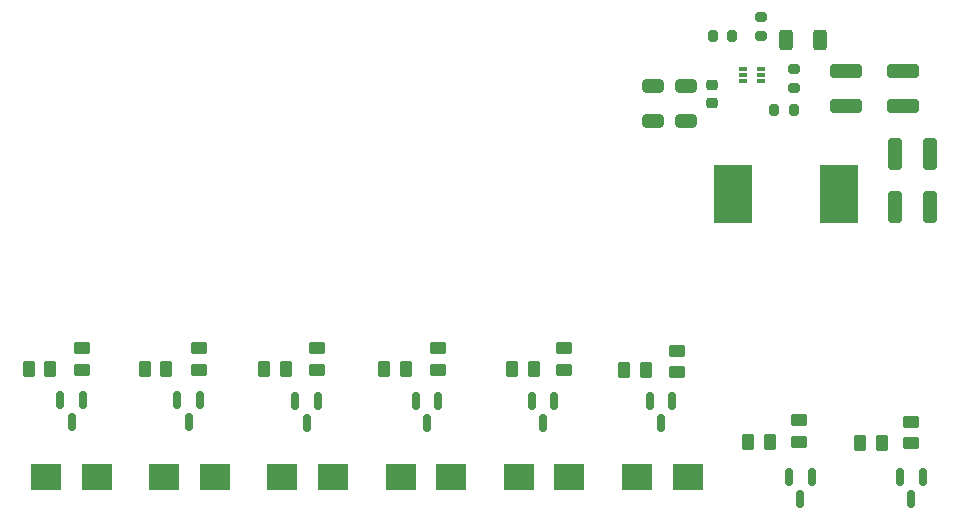
<source format=gbr>
%TF.GenerationSoftware,KiCad,Pcbnew,(6.0.5)*%
%TF.CreationDate,2022-10-19T12:43:17-05:00*%
%TF.ProjectId,powerPCB,706f7765-7250-4434-922e-6b696361645f,rev?*%
%TF.SameCoordinates,Original*%
%TF.FileFunction,Paste,Top*%
%TF.FilePolarity,Positive*%
%FSLAX46Y46*%
G04 Gerber Fmt 4.6, Leading zero omitted, Abs format (unit mm)*
G04 Created by KiCad (PCBNEW (6.0.5)) date 2022-10-19 12:43:17*
%MOMM*%
%LPD*%
G01*
G04 APERTURE LIST*
G04 Aperture macros list*
%AMRoundRect*
0 Rectangle with rounded corners*
0 $1 Rounding radius*
0 $2 $3 $4 $5 $6 $7 $8 $9 X,Y pos of 4 corners*
0 Add a 4 corners polygon primitive as box body*
4,1,4,$2,$3,$4,$5,$6,$7,$8,$9,$2,$3,0*
0 Add four circle primitives for the rounded corners*
1,1,$1+$1,$2,$3*
1,1,$1+$1,$4,$5*
1,1,$1+$1,$6,$7*
1,1,$1+$1,$8,$9*
0 Add four rect primitives between the rounded corners*
20,1,$1+$1,$2,$3,$4,$5,0*
20,1,$1+$1,$4,$5,$6,$7,0*
20,1,$1+$1,$6,$7,$8,$9,0*
20,1,$1+$1,$8,$9,$2,$3,0*%
G04 Aperture macros list end*
%ADD10RoundRect,0.150000X-0.150000X0.587500X-0.150000X-0.587500X0.150000X-0.587500X0.150000X0.587500X0*%
%ADD11RoundRect,0.200000X-0.200000X-0.275000X0.200000X-0.275000X0.200000X0.275000X-0.200000X0.275000X0*%
%ADD12RoundRect,0.250000X-0.262500X-0.450000X0.262500X-0.450000X0.262500X0.450000X-0.262500X0.450000X0*%
%ADD13RoundRect,0.250000X1.100000X-0.325000X1.100000X0.325000X-1.100000X0.325000X-1.100000X-0.325000X0*%
%ADD14R,2.500000X2.300000*%
%ADD15RoundRect,0.200000X-0.275000X0.200000X-0.275000X-0.200000X0.275000X-0.200000X0.275000X0.200000X0*%
%ADD16RoundRect,0.200000X0.275000X-0.200000X0.275000X0.200000X-0.275000X0.200000X-0.275000X-0.200000X0*%
%ADD17RoundRect,0.250000X-0.650000X0.325000X-0.650000X-0.325000X0.650000X-0.325000X0.650000X0.325000X0*%
%ADD18RoundRect,0.250000X-0.450000X0.262500X-0.450000X-0.262500X0.450000X-0.262500X0.450000X0.262500X0*%
%ADD19RoundRect,0.225000X-0.250000X0.225000X-0.250000X-0.225000X0.250000X-0.225000X0.250000X0.225000X0*%
%ADD20R,0.700000X0.340000*%
%ADD21RoundRect,0.250000X-0.325000X-1.100000X0.325000X-1.100000X0.325000X1.100000X-0.325000X1.100000X0*%
%ADD22RoundRect,0.250000X-0.312500X-0.625000X0.312500X-0.625000X0.312500X0.625000X-0.312500X0.625000X0*%
%ADD23R,3.175000X4.950000*%
G04 APERTURE END LIST*
D10*
%TO.C,Q2*%
X105950000Y-86562500D03*
X104050000Y-86562500D03*
X105000000Y-88437500D03*
%TD*%
D11*
%TO.C,R1*%
X151055000Y-55750000D03*
X149405000Y-55750000D03*
%TD*%
D12*
%TO.C,R13*%
X111387500Y-83900000D03*
X113212500Y-83900000D03*
%TD*%
D13*
%TO.C,C5*%
X165460000Y-58715000D03*
X165460000Y-61665000D03*
%TD*%
D14*
%TO.C,D4*%
X127250000Y-93100000D03*
X122950000Y-93100000D03*
%TD*%
D10*
%TO.C,Q8*%
X145950000Y-86662500D03*
X144050000Y-86662500D03*
X145000000Y-88537500D03*
%TD*%
%TO.C,Q6*%
X126150000Y-86662500D03*
X124250000Y-86662500D03*
X125200000Y-88537500D03*
%TD*%
D15*
%TO.C,R3*%
X153430000Y-55775000D03*
X153430000Y-54125000D03*
%TD*%
D16*
%TO.C,R2*%
X156230000Y-58525000D03*
X156230000Y-60175000D03*
%TD*%
D12*
%TO.C,R9*%
X101287500Y-83900000D03*
X103112500Y-83900000D03*
%TD*%
D17*
%TO.C,C2*%
X147130000Y-62925000D03*
X147130000Y-59975000D03*
%TD*%
D18*
%TO.C,R20*%
X146400000Y-82387500D03*
X146400000Y-84212500D03*
%TD*%
D12*
%TO.C,R15*%
X161887500Y-90200000D03*
X163712500Y-90200000D03*
%TD*%
D18*
%TO.C,R12*%
X115900000Y-82187500D03*
X115900000Y-84012500D03*
%TD*%
%TO.C,R8*%
X105900000Y-82187500D03*
X105900000Y-84012500D03*
%TD*%
D14*
%TO.C,D1*%
X97250000Y-93100000D03*
X92950000Y-93100000D03*
%TD*%
D13*
%TO.C,C4*%
X160670000Y-58715000D03*
X160670000Y-61665000D03*
%TD*%
D14*
%TO.C,D2*%
X107250000Y-93100000D03*
X102950000Y-93100000D03*
%TD*%
D10*
%TO.C,Q5*%
X167150000Y-93062500D03*
X165250000Y-93062500D03*
X166200000Y-94937500D03*
%TD*%
D14*
%TO.C,D3*%
X117250000Y-93100000D03*
X112950000Y-93100000D03*
%TD*%
D12*
%TO.C,R19*%
X132387500Y-83900000D03*
X134212500Y-83900000D03*
%TD*%
D19*
%TO.C,C3*%
X149330000Y-61425000D03*
X149330000Y-59875000D03*
%TD*%
D12*
%TO.C,R21*%
X141887500Y-84000000D03*
X143712500Y-84000000D03*
%TD*%
D18*
%TO.C,R16*%
X126100000Y-82187500D03*
X126100000Y-84012500D03*
%TD*%
%TO.C,R18*%
X136800000Y-82187500D03*
X136800000Y-84012500D03*
%TD*%
%TO.C,R10*%
X156700000Y-88287500D03*
X156700000Y-90112500D03*
%TD*%
D10*
%TO.C,Q4*%
X115950000Y-86662500D03*
X114050000Y-86662500D03*
X115000000Y-88537500D03*
%TD*%
D12*
%TO.C,R11*%
X152387500Y-90100000D03*
X154212500Y-90100000D03*
%TD*%
D10*
%TO.C,Q3*%
X157750000Y-93062500D03*
X155850000Y-93062500D03*
X156800000Y-94937500D03*
%TD*%
D14*
%TO.C,D5*%
X137250000Y-93100000D03*
X132950000Y-93100000D03*
%TD*%
D12*
%TO.C,R17*%
X121587500Y-83900000D03*
X123412500Y-83900000D03*
%TD*%
%TO.C,R7*%
X91487500Y-83900000D03*
X93312500Y-83900000D03*
%TD*%
D17*
%TO.C,C1*%
X144330000Y-62925000D03*
X144330000Y-59975000D03*
%TD*%
D18*
%TO.C,R14*%
X166200000Y-88387500D03*
X166200000Y-90212500D03*
%TD*%
D20*
%TO.C,U1*%
X153480000Y-58550000D03*
X153480000Y-59050000D03*
X153480000Y-59550000D03*
X151980000Y-59550000D03*
X151980000Y-59050000D03*
X151980000Y-58550000D03*
%TD*%
D21*
%TO.C,C6*%
X167805000Y-65730000D03*
X164855000Y-65730000D03*
%TD*%
D22*
%TO.C,R5*%
X158492500Y-56050000D03*
X155567500Y-56050000D03*
%TD*%
D10*
%TO.C,Q1*%
X96050000Y-86562500D03*
X94150000Y-86562500D03*
X95100000Y-88437500D03*
%TD*%
D14*
%TO.C,D6*%
X147250000Y-93100000D03*
X142950000Y-93100000D03*
%TD*%
D18*
%TO.C,R6*%
X96000000Y-82187500D03*
X96000000Y-84012500D03*
%TD*%
D23*
%TO.C,LIHLP4040DZER2R2M1*%
X160095000Y-69107500D03*
X151080000Y-69107500D03*
%TD*%
D21*
%TO.C,C7*%
X167805000Y-70250000D03*
X164855000Y-70250000D03*
%TD*%
D10*
%TO.C,Q7*%
X135950000Y-86662500D03*
X134050000Y-86662500D03*
X135000000Y-88537500D03*
%TD*%
D11*
%TO.C,R4*%
X156255000Y-62050000D03*
X154605000Y-62050000D03*
%TD*%
M02*

</source>
